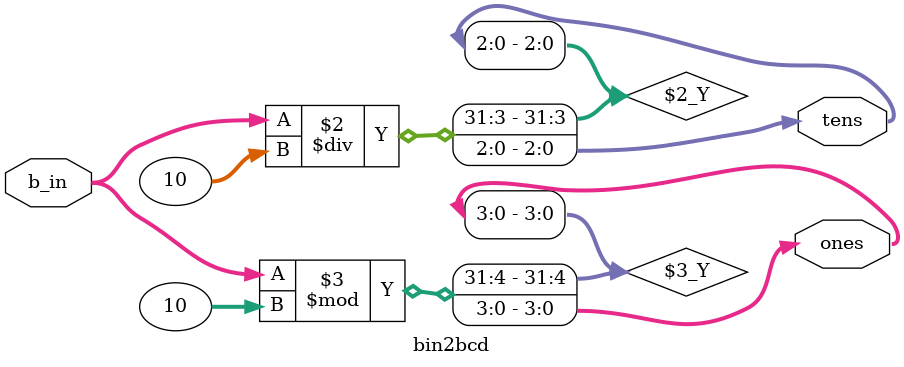
<source format=v>
`timescale 1ns / 1ps


module bin2bcd(
    input [5:0] b_in,
    output reg [2:0] tens,
    output reg [3:0] ones
    );
        always@*begin
            tens <= b_in / 10;
            ones <= b_in % 10;
        end
endmodule

</source>
